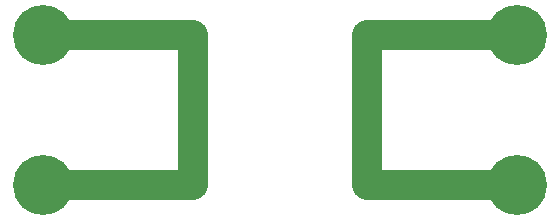
<source format=gtl>
%FSLAX24Y24*%
%MOIN*%
%ADD10C,0.1*%
%ADD11C,0.2*%
%LPD*%
D10*
X2500Y2500D02*
G01*
X7500D01*
Y7500D01*
X2500D01*
D11*
Y2500D03*
Y7500D03*
D10*
X18287D02*
X13287D01*
Y2500D01*
X18287D01*
D11*
Y7500D03*
Y2500D03*
M02*

</source>
